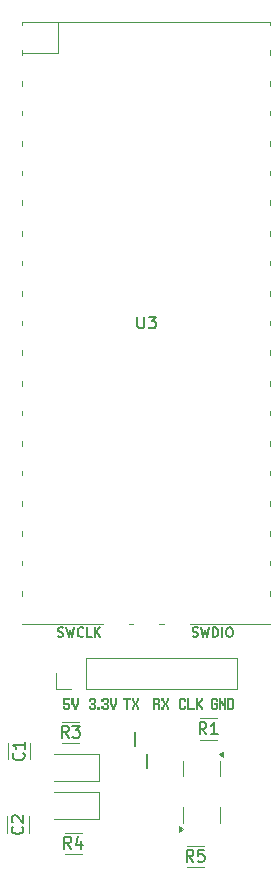
<source format=gbr>
%TF.GenerationSoftware,KiCad,Pcbnew,8.0.6-8.0.6-0~ubuntu22.04.1*%
%TF.CreationDate,2024-11-07T23:47:04-08:00*%
%TF.ProjectId,gbvideo_breakout,67627669-6465-46f5-9f62-7265616b6f75,rev?*%
%TF.SameCoordinates,Original*%
%TF.FileFunction,Legend,Top*%
%TF.FilePolarity,Positive*%
%FSLAX46Y46*%
G04 Gerber Fmt 4.6, Leading zero omitted, Abs format (unit mm)*
G04 Created by KiCad (PCBNEW 8.0.6-8.0.6-0~ubuntu22.04.1) date 2024-11-07 23:47:04*
%MOMM*%
%LPD*%
G01*
G04 APERTURE LIST*
%ADD10C,0.150000*%
%ADD11C,0.120000*%
%ADD12C,0.200000*%
G04 APERTURE END LIST*
D10*
G36*
X146569653Y-103357669D02*
G01*
X146657580Y-103357669D01*
X146657580Y-103448283D01*
X146657580Y-103539141D01*
X146657580Y-103629755D01*
X146657580Y-103720369D01*
X146569653Y-103720369D01*
X146569653Y-103807564D01*
X146657580Y-103807564D01*
X146657580Y-103894515D01*
X146657580Y-103981709D01*
X146657580Y-104068660D01*
X146657580Y-104155854D01*
X146657580Y-104242805D01*
X146657580Y-104330000D01*
X146569653Y-104330000D01*
X146481726Y-104330000D01*
X146481726Y-104242561D01*
X146481726Y-104154877D01*
X146481726Y-104067438D01*
X146481726Y-103979755D01*
X146481726Y-103892316D01*
X146393798Y-103892316D01*
X146305871Y-103892316D01*
X146217943Y-103892316D01*
X146217943Y-103979755D01*
X146217943Y-104067438D01*
X146217943Y-104154877D01*
X146217943Y-104242561D01*
X146217943Y-104330000D01*
X146130016Y-104330000D01*
X146042089Y-104330000D01*
X146042089Y-104241339D01*
X146042089Y-104152923D01*
X146042089Y-104064263D01*
X146042089Y-103975603D01*
X146042089Y-103887187D01*
X146042089Y-103798527D01*
X146042089Y-103709867D01*
X146042089Y-103621451D01*
X146042089Y-103532791D01*
X146217943Y-103532791D01*
X146217943Y-103626580D01*
X146217943Y-103720369D01*
X146305871Y-103720369D01*
X146393798Y-103720369D01*
X146481726Y-103720369D01*
X146481726Y-103626580D01*
X146481726Y-103532791D01*
X146481726Y-103439002D01*
X146393798Y-103439002D01*
X146305871Y-103439002D01*
X146217943Y-103439002D01*
X146217943Y-103532791D01*
X146042089Y-103532791D01*
X146042089Y-103444131D01*
X146042089Y-103355715D01*
X146042089Y-103267055D01*
X146130016Y-103267055D01*
X146217943Y-103267055D01*
X146305871Y-103267055D01*
X146393798Y-103267055D01*
X146481726Y-103267055D01*
X146569653Y-103267055D01*
X146569653Y-103357669D01*
G37*
G36*
X147269165Y-104330000D02*
G01*
X147181237Y-104330000D01*
X147181237Y-104241339D01*
X147181237Y-104152923D01*
X147181237Y-104064263D01*
X147093310Y-104064263D01*
X147093310Y-103978290D01*
X147093310Y-103892316D01*
X147005382Y-103892316D01*
X147005382Y-103978290D01*
X147005382Y-104064263D01*
X146917455Y-104064263D01*
X146917455Y-104152923D01*
X146917455Y-104241339D01*
X146917455Y-104330000D01*
X146829527Y-104330000D01*
X146741600Y-104330000D01*
X146741600Y-104241339D01*
X146741600Y-104152923D01*
X146741600Y-104064263D01*
X146829527Y-104064263D01*
X146829527Y-103978290D01*
X146829527Y-103892316D01*
X146917455Y-103892316D01*
X146917455Y-103806343D01*
X146917455Y-103720369D01*
X146829527Y-103720369D01*
X146829527Y-103626580D01*
X146829527Y-103532791D01*
X146741600Y-103532791D01*
X146741600Y-103444131D01*
X146741600Y-103355715D01*
X146741600Y-103267055D01*
X146829527Y-103267055D01*
X146917455Y-103267055D01*
X146917455Y-103355715D01*
X146917455Y-103444131D01*
X146917455Y-103532791D01*
X147005382Y-103532791D01*
X147005382Y-103626580D01*
X147005382Y-103720369D01*
X147093310Y-103720369D01*
X147093310Y-103626580D01*
X147093310Y-103532791D01*
X147181237Y-103532791D01*
X147181237Y-103444131D01*
X147181237Y-103355715D01*
X147181237Y-103267055D01*
X147269165Y-103267055D01*
X147357092Y-103267055D01*
X147357092Y-103355715D01*
X147357092Y-103444131D01*
X147357092Y-103532791D01*
X147269165Y-103532791D01*
X147269165Y-103626580D01*
X147269165Y-103720369D01*
X147181237Y-103720369D01*
X147181237Y-103806343D01*
X147181237Y-103892316D01*
X147269165Y-103892316D01*
X147269165Y-103978290D01*
X147269165Y-104064263D01*
X147357092Y-104064263D01*
X147357092Y-104152923D01*
X147357092Y-104241339D01*
X147357092Y-104330000D01*
X147269165Y-104330000D01*
G37*
G36*
X141053176Y-104330000D02*
G01*
X140965248Y-104330000D01*
X140877321Y-104330000D01*
X140789393Y-104330000D01*
X140701466Y-104330000D01*
X140701466Y-104251842D01*
X140613539Y-104251842D01*
X140613539Y-104163182D01*
X140613539Y-104074766D01*
X140613539Y-103986106D01*
X140701466Y-103986106D01*
X140789393Y-103986106D01*
X140789393Y-104072079D01*
X140789393Y-104158053D01*
X140877321Y-104158053D01*
X140965248Y-104158053D01*
X141053176Y-104158053D01*
X141053176Y-104069392D01*
X141053176Y-103980976D01*
X141053176Y-103892316D01*
X140965248Y-103892316D01*
X140877321Y-103892316D01*
X140789393Y-103892316D01*
X140789393Y-103806343D01*
X140789393Y-103720369D01*
X140877321Y-103720369D01*
X140965248Y-103720369D01*
X141053176Y-103720369D01*
X141053176Y-103626580D01*
X141053176Y-103532791D01*
X141053176Y-103439002D01*
X140965248Y-103439002D01*
X140877321Y-103439002D01*
X140789393Y-103439002D01*
X140789393Y-103532791D01*
X140789393Y-103626580D01*
X140701466Y-103626580D01*
X140613539Y-103626580D01*
X140613539Y-103537920D01*
X140613539Y-103449504D01*
X140613539Y-103360844D01*
X140701466Y-103360844D01*
X140701466Y-103267055D01*
X140789393Y-103267055D01*
X140877321Y-103267055D01*
X140965248Y-103267055D01*
X141053176Y-103267055D01*
X141141103Y-103267055D01*
X141141103Y-103360844D01*
X141229030Y-103360844D01*
X141229030Y-103450725D01*
X141229030Y-103540607D01*
X141229030Y-103630488D01*
X141229030Y-103720369D01*
X141141103Y-103720369D01*
X141141103Y-103806343D01*
X141141103Y-103892316D01*
X141229030Y-103892316D01*
X141229030Y-103982198D01*
X141229030Y-104072079D01*
X141229030Y-104161960D01*
X141229030Y-104251842D01*
X141141103Y-104251842D01*
X141141103Y-104330000D01*
X141053176Y-104330000D01*
G37*
G36*
X141488905Y-104330000D02*
G01*
X141400977Y-104330000D01*
X141313050Y-104330000D01*
X141313050Y-104241339D01*
X141313050Y-104152923D01*
X141313050Y-104064263D01*
X141400977Y-104064263D01*
X141488905Y-104064263D01*
X141576832Y-104064263D01*
X141576832Y-104152923D01*
X141576832Y-104241339D01*
X141576832Y-104330000D01*
X141488905Y-104330000D01*
G37*
G36*
X142102443Y-104330000D02*
G01*
X142014515Y-104330000D01*
X141926588Y-104330000D01*
X141838661Y-104330000D01*
X141750733Y-104330000D01*
X141750733Y-104251842D01*
X141662806Y-104251842D01*
X141662806Y-104163182D01*
X141662806Y-104074766D01*
X141662806Y-103986106D01*
X141750733Y-103986106D01*
X141838661Y-103986106D01*
X141838661Y-104072079D01*
X141838661Y-104158053D01*
X141926588Y-104158053D01*
X142014515Y-104158053D01*
X142102443Y-104158053D01*
X142102443Y-104069392D01*
X142102443Y-103980976D01*
X142102443Y-103892316D01*
X142014515Y-103892316D01*
X141926588Y-103892316D01*
X141838661Y-103892316D01*
X141838661Y-103806343D01*
X141838661Y-103720369D01*
X141926588Y-103720369D01*
X142014515Y-103720369D01*
X142102443Y-103720369D01*
X142102443Y-103626580D01*
X142102443Y-103532791D01*
X142102443Y-103439002D01*
X142014515Y-103439002D01*
X141926588Y-103439002D01*
X141838661Y-103439002D01*
X141838661Y-103532791D01*
X141838661Y-103626580D01*
X141750733Y-103626580D01*
X141662806Y-103626580D01*
X141662806Y-103537920D01*
X141662806Y-103449504D01*
X141662806Y-103360844D01*
X141750733Y-103360844D01*
X141750733Y-103267055D01*
X141838661Y-103267055D01*
X141926588Y-103267055D01*
X142014515Y-103267055D01*
X142102443Y-103267055D01*
X142190370Y-103267055D01*
X142190370Y-103360844D01*
X142278298Y-103360844D01*
X142278298Y-103450725D01*
X142278298Y-103540607D01*
X142278298Y-103630488D01*
X142278298Y-103720369D01*
X142190370Y-103720369D01*
X142190370Y-103806343D01*
X142190370Y-103892316D01*
X142278298Y-103892316D01*
X142278298Y-103982198D01*
X142278298Y-104072079D01*
X142278298Y-104161960D01*
X142278298Y-104251842D01*
X142190370Y-104251842D01*
X142190370Y-104330000D01*
X142102443Y-104330000D01*
G37*
G36*
X142714027Y-104330000D02*
G01*
X142626100Y-104330000D01*
X142538172Y-104330000D01*
X142538172Y-104241339D01*
X142538172Y-104152923D01*
X142538172Y-104064263D01*
X142450245Y-104064263D01*
X142450245Y-103975603D01*
X142450245Y-103887187D01*
X142362317Y-103887187D01*
X142362317Y-103798527D01*
X142362317Y-103709867D01*
X142362317Y-103621451D01*
X142362317Y-103532791D01*
X142362317Y-103444131D01*
X142362317Y-103355715D01*
X142362317Y-103267055D01*
X142450245Y-103267055D01*
X142538172Y-103267055D01*
X142538172Y-103354982D01*
X142538172Y-103442909D01*
X142538172Y-103530837D01*
X142538172Y-103618764D01*
X142538172Y-103706692D01*
X142538172Y-103794619D01*
X142626100Y-103794619D01*
X142626100Y-103882547D01*
X142626100Y-103970474D01*
X142714027Y-103970474D01*
X142714027Y-103882547D01*
X142714027Y-103794619D01*
X142801954Y-103794619D01*
X142801954Y-103706692D01*
X142801954Y-103618764D01*
X142801954Y-103530837D01*
X142801954Y-103442909D01*
X142801954Y-103354982D01*
X142801954Y-103267055D01*
X142889882Y-103267055D01*
X142977809Y-103267055D01*
X142977809Y-103355715D01*
X142977809Y-103444131D01*
X142977809Y-103532791D01*
X142977809Y-103621451D01*
X142977809Y-103709867D01*
X142977809Y-103798527D01*
X142977809Y-103887187D01*
X142889882Y-103887187D01*
X142889882Y-103975603D01*
X142889882Y-104064263D01*
X142801954Y-104064263D01*
X142801954Y-104152923D01*
X142801954Y-104241339D01*
X142801954Y-104330000D01*
X142714027Y-104330000D01*
G37*
G36*
X143809834Y-104330000D02*
G01*
X143721907Y-104330000D01*
X143721907Y-104240851D01*
X143721907Y-104151702D01*
X143721907Y-104062798D01*
X143721907Y-103973649D01*
X143721907Y-103884501D01*
X143721907Y-103795352D01*
X143721907Y-103706203D01*
X143721907Y-103617299D01*
X143721907Y-103528150D01*
X143721907Y-103439002D01*
X143633979Y-103439002D01*
X143546052Y-103439002D01*
X143458125Y-103439002D01*
X143458125Y-103353028D01*
X143458125Y-103267055D01*
X143546052Y-103267055D01*
X143633979Y-103267055D01*
X143721907Y-103267055D01*
X143809834Y-103267055D01*
X143897762Y-103267055D01*
X143985689Y-103267055D01*
X144073616Y-103267055D01*
X144161544Y-103267055D01*
X144161544Y-103353028D01*
X144161544Y-103439002D01*
X144073616Y-103439002D01*
X143985689Y-103439002D01*
X143897762Y-103439002D01*
X143897762Y-103528150D01*
X143897762Y-103617299D01*
X143897762Y-103706203D01*
X143897762Y-103795352D01*
X143897762Y-103884501D01*
X143897762Y-103973649D01*
X143897762Y-104062798D01*
X143897762Y-104151702D01*
X143897762Y-104240851D01*
X143897762Y-104330000D01*
X143809834Y-104330000D01*
G37*
G36*
X144773128Y-104330000D02*
G01*
X144685201Y-104330000D01*
X144685201Y-104241339D01*
X144685201Y-104152923D01*
X144685201Y-104064263D01*
X144597273Y-104064263D01*
X144597273Y-103978290D01*
X144597273Y-103892316D01*
X144509346Y-103892316D01*
X144509346Y-103978290D01*
X144509346Y-104064263D01*
X144421418Y-104064263D01*
X144421418Y-104152923D01*
X144421418Y-104241339D01*
X144421418Y-104330000D01*
X144333491Y-104330000D01*
X144245563Y-104330000D01*
X144245563Y-104241339D01*
X144245563Y-104152923D01*
X144245563Y-104064263D01*
X144333491Y-104064263D01*
X144333491Y-103978290D01*
X144333491Y-103892316D01*
X144421418Y-103892316D01*
X144421418Y-103806343D01*
X144421418Y-103720369D01*
X144333491Y-103720369D01*
X144333491Y-103626580D01*
X144333491Y-103532791D01*
X144245563Y-103532791D01*
X144245563Y-103444131D01*
X144245563Y-103355715D01*
X144245563Y-103267055D01*
X144333491Y-103267055D01*
X144421418Y-103267055D01*
X144421418Y-103355715D01*
X144421418Y-103444131D01*
X144421418Y-103532791D01*
X144509346Y-103532791D01*
X144509346Y-103626580D01*
X144509346Y-103720369D01*
X144597273Y-103720369D01*
X144597273Y-103626580D01*
X144597273Y-103532791D01*
X144685201Y-103532791D01*
X144685201Y-103444131D01*
X144685201Y-103355715D01*
X144685201Y-103267055D01*
X144773128Y-103267055D01*
X144861055Y-103267055D01*
X144861055Y-103355715D01*
X144861055Y-103444131D01*
X144861055Y-103532791D01*
X144773128Y-103532791D01*
X144773128Y-103626580D01*
X144773128Y-103720369D01*
X144685201Y-103720369D01*
X144685201Y-103806343D01*
X144685201Y-103892316D01*
X144773128Y-103892316D01*
X144773128Y-103978290D01*
X144773128Y-104064263D01*
X144861055Y-104064263D01*
X144861055Y-104152923D01*
X144861055Y-104241339D01*
X144861055Y-104330000D01*
X144773128Y-104330000D01*
G37*
G36*
X138861726Y-104330000D02*
G01*
X138773798Y-104330000D01*
X138685871Y-104330000D01*
X138597943Y-104330000D01*
X138510016Y-104330000D01*
X138510016Y-104236210D01*
X138422089Y-104236210D01*
X138422089Y-104147550D01*
X138422089Y-104059134D01*
X138422089Y-103970474D01*
X138510016Y-103970474D01*
X138597943Y-103970474D01*
X138597943Y-104064263D01*
X138597943Y-104158053D01*
X138685871Y-104158053D01*
X138773798Y-104158053D01*
X138861726Y-104158053D01*
X138861726Y-104069392D01*
X138861726Y-103980976D01*
X138861726Y-103892316D01*
X138773798Y-103892316D01*
X138685871Y-103892316D01*
X138597943Y-103892316D01*
X138510016Y-103892316D01*
X138422089Y-103892316D01*
X138422089Y-103802923D01*
X138422089Y-103713775D01*
X138422089Y-103624382D01*
X138422089Y-103534989D01*
X138422089Y-103445596D01*
X138422089Y-103356448D01*
X138422089Y-103267055D01*
X138510016Y-103267055D01*
X138597943Y-103267055D01*
X138685871Y-103267055D01*
X138773798Y-103267055D01*
X138861726Y-103267055D01*
X138949653Y-103267055D01*
X139037580Y-103267055D01*
X139037580Y-103353028D01*
X139037580Y-103439002D01*
X138949653Y-103439002D01*
X138861726Y-103439002D01*
X138773798Y-103439002D01*
X138685871Y-103439002D01*
X138597943Y-103439002D01*
X138597943Y-103532791D01*
X138597943Y-103626580D01*
X138597943Y-103720369D01*
X138685871Y-103720369D01*
X138773798Y-103720369D01*
X138861726Y-103720369D01*
X138949653Y-103720369D01*
X138949653Y-103806343D01*
X139037580Y-103806343D01*
X139037580Y-103892316D01*
X139037580Y-103978290D01*
X139037580Y-104064263D01*
X139037580Y-104150237D01*
X139037580Y-104236210D01*
X138949653Y-104236210D01*
X138949653Y-104330000D01*
X138861726Y-104330000D01*
G37*
G36*
X139473310Y-104330000D02*
G01*
X139385382Y-104330000D01*
X139297455Y-104330000D01*
X139297455Y-104241339D01*
X139297455Y-104152923D01*
X139297455Y-104064263D01*
X139209527Y-104064263D01*
X139209527Y-103975603D01*
X139209527Y-103887187D01*
X139121600Y-103887187D01*
X139121600Y-103798527D01*
X139121600Y-103709867D01*
X139121600Y-103621451D01*
X139121600Y-103532791D01*
X139121600Y-103444131D01*
X139121600Y-103355715D01*
X139121600Y-103267055D01*
X139209527Y-103267055D01*
X139297455Y-103267055D01*
X139297455Y-103354982D01*
X139297455Y-103442909D01*
X139297455Y-103530837D01*
X139297455Y-103618764D01*
X139297455Y-103706692D01*
X139297455Y-103794619D01*
X139385382Y-103794619D01*
X139385382Y-103882547D01*
X139385382Y-103970474D01*
X139473310Y-103970474D01*
X139473310Y-103882547D01*
X139473310Y-103794619D01*
X139561237Y-103794619D01*
X139561237Y-103706692D01*
X139561237Y-103618764D01*
X139561237Y-103530837D01*
X139561237Y-103442909D01*
X139561237Y-103354982D01*
X139561237Y-103267055D01*
X139649165Y-103267055D01*
X139737092Y-103267055D01*
X139737092Y-103355715D01*
X139737092Y-103444131D01*
X139737092Y-103532791D01*
X139737092Y-103621451D01*
X139737092Y-103709867D01*
X139737092Y-103798527D01*
X139737092Y-103887187D01*
X139649165Y-103887187D01*
X139649165Y-103975603D01*
X139649165Y-104064263D01*
X139561237Y-104064263D01*
X139561237Y-104152923D01*
X139561237Y-104241339D01*
X139561237Y-104330000D01*
X139473310Y-104330000D01*
G37*
G36*
X148671970Y-104330000D02*
G01*
X148584042Y-104330000D01*
X148496115Y-104330000D01*
X148408187Y-104330000D01*
X148320260Y-104330000D01*
X148320260Y-104236210D01*
X148232333Y-104236210D01*
X148232333Y-104147550D01*
X148232333Y-104059134D01*
X148232333Y-103970474D01*
X148232333Y-103884501D01*
X148232333Y-103798527D01*
X148232333Y-103712554D01*
X148232333Y-103626580D01*
X148232333Y-103537920D01*
X148232333Y-103449504D01*
X148232333Y-103360844D01*
X148320260Y-103360844D01*
X148320260Y-103267055D01*
X148408187Y-103267055D01*
X148496115Y-103267055D01*
X148584042Y-103267055D01*
X148671970Y-103267055D01*
X148759897Y-103267055D01*
X148759897Y-103360844D01*
X148847824Y-103360844D01*
X148847824Y-103449504D01*
X148847824Y-103537920D01*
X148847824Y-103626580D01*
X148759897Y-103626580D01*
X148671970Y-103626580D01*
X148671970Y-103532791D01*
X148671970Y-103439002D01*
X148584042Y-103439002D01*
X148496115Y-103439002D01*
X148408187Y-103439002D01*
X148408187Y-103528883D01*
X148408187Y-103618764D01*
X148408187Y-103708646D01*
X148408187Y-103798527D01*
X148408187Y-103888408D01*
X148408187Y-103978290D01*
X148408187Y-104068171D01*
X148408187Y-104158053D01*
X148496115Y-104158053D01*
X148584042Y-104158053D01*
X148671970Y-104158053D01*
X148671970Y-104064263D01*
X148671970Y-103970474D01*
X148759897Y-103970474D01*
X148847824Y-103970474D01*
X148847824Y-104059134D01*
X148847824Y-104147550D01*
X148847824Y-104236210D01*
X148759897Y-104236210D01*
X148759897Y-104330000D01*
X148671970Y-104330000D01*
G37*
G36*
X149459409Y-104330000D02*
G01*
X149371481Y-104330000D01*
X149283554Y-104330000D01*
X149195626Y-104330000D01*
X149107699Y-104330000D01*
X149019771Y-104330000D01*
X148931844Y-104330000D01*
X148931844Y-104241339D01*
X148931844Y-104152923D01*
X148931844Y-104064263D01*
X148931844Y-103975603D01*
X148931844Y-103887187D01*
X148931844Y-103798527D01*
X148931844Y-103709867D01*
X148931844Y-103621451D01*
X148931844Y-103532791D01*
X148931844Y-103444131D01*
X148931844Y-103355715D01*
X148931844Y-103267055D01*
X149019771Y-103267055D01*
X149107699Y-103267055D01*
X149107699Y-103356203D01*
X149107699Y-103445352D01*
X149107699Y-103534256D01*
X149107699Y-103623405D01*
X149107699Y-103712554D01*
X149107699Y-103801702D01*
X149107699Y-103890851D01*
X149107699Y-103979755D01*
X149107699Y-104068904D01*
X149107699Y-104158053D01*
X149195626Y-104158053D01*
X149283554Y-104158053D01*
X149371481Y-104158053D01*
X149459409Y-104158053D01*
X149547336Y-104158053D01*
X149547336Y-104244026D01*
X149547336Y-104330000D01*
X149459409Y-104330000D01*
G37*
G36*
X150158920Y-104330000D02*
G01*
X150070993Y-104330000D01*
X150070993Y-104241339D01*
X150070993Y-104152923D01*
X149983065Y-104152923D01*
X149983065Y-104064263D01*
X149895138Y-104064263D01*
X149895138Y-103970474D01*
X149807210Y-103970474D01*
X149807210Y-104060355D01*
X149807210Y-104150237D01*
X149807210Y-104240118D01*
X149807210Y-104330000D01*
X149719283Y-104330000D01*
X149631356Y-104330000D01*
X149631356Y-104242561D01*
X149631356Y-104154877D01*
X149631356Y-104067438D01*
X149631356Y-103979755D01*
X149631356Y-103892316D01*
X149631356Y-103804877D01*
X149631356Y-103717194D01*
X149631356Y-103629755D01*
X149631356Y-103542072D01*
X149631356Y-103454633D01*
X149631356Y-103360844D01*
X149631356Y-103267055D01*
X149719283Y-103267055D01*
X149807210Y-103267055D01*
X149807210Y-103360844D01*
X149807210Y-103454633D01*
X149807210Y-103540607D01*
X149807210Y-103626580D01*
X149895138Y-103626580D01*
X149895138Y-103532791D01*
X149983065Y-103532791D01*
X149983065Y-103454633D01*
X150070993Y-103454633D01*
X150070993Y-103360844D01*
X150070993Y-103267055D01*
X150158920Y-103267055D01*
X150246848Y-103267055D01*
X150246848Y-103360844D01*
X150246848Y-103454633D01*
X150246848Y-103532791D01*
X150158920Y-103532791D01*
X150158920Y-103626580D01*
X150070993Y-103626580D01*
X150070993Y-103712554D01*
X149983065Y-103712554D01*
X149983065Y-103798527D01*
X149983065Y-103884501D01*
X150070993Y-103884501D01*
X150070993Y-103970474D01*
X150158920Y-103970474D01*
X150158920Y-104064263D01*
X150246848Y-104064263D01*
X150246848Y-104152923D01*
X150246848Y-104241339D01*
X150246848Y-104330000D01*
X150158920Y-104330000D01*
G37*
G36*
X151346837Y-104330000D02*
G01*
X151258909Y-104330000D01*
X151170982Y-104330000D01*
X151083054Y-104330000D01*
X150995127Y-104330000D01*
X150995127Y-104242561D01*
X150907200Y-104242561D01*
X150907200Y-104154877D01*
X150907200Y-104067438D01*
X150907200Y-103979755D01*
X150907200Y-103892316D01*
X150907200Y-103806343D01*
X150907200Y-103720369D01*
X150907200Y-103626580D01*
X150907200Y-103537920D01*
X150907200Y-103449504D01*
X150907200Y-103360844D01*
X150995127Y-103360844D01*
X150995127Y-103267055D01*
X151083054Y-103267055D01*
X151170982Y-103267055D01*
X151258909Y-103267055D01*
X151346837Y-103267055D01*
X151434764Y-103267055D01*
X151434764Y-103360844D01*
X151522691Y-103360844D01*
X151522691Y-103449504D01*
X151522691Y-103537920D01*
X151522691Y-103626580D01*
X151434764Y-103626580D01*
X151346837Y-103626580D01*
X151346837Y-103532791D01*
X151346837Y-103439002D01*
X151258909Y-103439002D01*
X151170982Y-103439002D01*
X151083054Y-103439002D01*
X151083054Y-103528883D01*
X151083054Y-103618764D01*
X151083054Y-103708646D01*
X151083054Y-103798527D01*
X151083054Y-103888408D01*
X151083054Y-103978290D01*
X151083054Y-104068171D01*
X151083054Y-104158053D01*
X151170982Y-104158053D01*
X151258909Y-104158053D01*
X151346837Y-104158053D01*
X151346837Y-104069392D01*
X151346837Y-103980976D01*
X151346837Y-103892316D01*
X151258909Y-103892316D01*
X151170982Y-103892316D01*
X151170982Y-103806343D01*
X151170982Y-103720369D01*
X151258909Y-103720369D01*
X151346837Y-103720369D01*
X151434764Y-103720369D01*
X151522691Y-103720369D01*
X151522691Y-103807564D01*
X151522691Y-103894515D01*
X151522691Y-103981709D01*
X151522691Y-104068660D01*
X151522691Y-104155854D01*
X151522691Y-104242805D01*
X151434764Y-104242805D01*
X151434764Y-104330000D01*
X151346837Y-104330000D01*
G37*
G36*
X152134276Y-104330000D02*
G01*
X152046348Y-104330000D01*
X152046348Y-104244026D01*
X152046348Y-104158053D01*
X152046348Y-104072079D01*
X152046348Y-103986106D01*
X151958421Y-103986106D01*
X151870493Y-103986106D01*
X151870493Y-103892316D01*
X151870493Y-103798527D01*
X151782566Y-103798527D01*
X151782566Y-103887187D01*
X151782566Y-103975603D01*
X151782566Y-104064263D01*
X151782566Y-104152923D01*
X151782566Y-104241339D01*
X151782566Y-104330000D01*
X151694638Y-104330000D01*
X151606711Y-104330000D01*
X151606711Y-104241339D01*
X151606711Y-104152923D01*
X151606711Y-104064263D01*
X151606711Y-103975603D01*
X151606711Y-103887187D01*
X151606711Y-103798527D01*
X151606711Y-103709867D01*
X151606711Y-103621451D01*
X151606711Y-103532791D01*
X151606711Y-103444131D01*
X151606711Y-103355715D01*
X151606711Y-103267055D01*
X151694638Y-103267055D01*
X151782566Y-103267055D01*
X151782566Y-103355715D01*
X151782566Y-103444131D01*
X151782566Y-103532791D01*
X151870493Y-103532791D01*
X151958421Y-103532791D01*
X151958421Y-103626580D01*
X151958421Y-103720369D01*
X152046348Y-103720369D01*
X152046348Y-103629755D01*
X152046348Y-103539141D01*
X152046348Y-103448283D01*
X152046348Y-103357669D01*
X152046348Y-103267055D01*
X152134276Y-103267055D01*
X152222203Y-103267055D01*
X152222203Y-103355715D01*
X152222203Y-103444131D01*
X152222203Y-103532791D01*
X152222203Y-103621451D01*
X152222203Y-103709867D01*
X152222203Y-103798527D01*
X152222203Y-103887187D01*
X152222203Y-103975603D01*
X152222203Y-104064263D01*
X152222203Y-104152923D01*
X152222203Y-104241339D01*
X152222203Y-104330000D01*
X152134276Y-104330000D01*
G37*
G36*
X152833787Y-103355715D02*
G01*
X152921715Y-103355715D01*
X152921715Y-103444131D01*
X152921715Y-103532791D01*
X152921715Y-103621451D01*
X152921715Y-103709867D01*
X152921715Y-103798527D01*
X152921715Y-103887187D01*
X152921715Y-103975603D01*
X152921715Y-104064263D01*
X152921715Y-104152923D01*
X152921715Y-104241339D01*
X152833787Y-104241339D01*
X152833787Y-104330000D01*
X152745860Y-104330000D01*
X152657932Y-104330000D01*
X152570005Y-104330000D01*
X152482077Y-104330000D01*
X152394150Y-104330000D01*
X152306223Y-104330000D01*
X152306223Y-104241339D01*
X152306223Y-104152923D01*
X152306223Y-104064263D01*
X152306223Y-103975603D01*
X152306223Y-103887187D01*
X152306223Y-103798527D01*
X152306223Y-103709867D01*
X152306223Y-103621451D01*
X152306223Y-103532791D01*
X152306223Y-103528883D01*
X152482077Y-103528883D01*
X152482077Y-103618764D01*
X152482077Y-103708646D01*
X152482077Y-103798527D01*
X152482077Y-103888408D01*
X152482077Y-103978290D01*
X152482077Y-104068171D01*
X152482077Y-104158053D01*
X152570005Y-104158053D01*
X152657932Y-104158053D01*
X152745860Y-104158053D01*
X152745860Y-104068171D01*
X152745860Y-103978290D01*
X152745860Y-103888408D01*
X152745860Y-103798527D01*
X152745860Y-103708646D01*
X152745860Y-103618764D01*
X152745860Y-103528883D01*
X152745860Y-103439002D01*
X152657932Y-103439002D01*
X152570005Y-103439002D01*
X152482077Y-103439002D01*
X152482077Y-103528883D01*
X152306223Y-103528883D01*
X152306223Y-103444131D01*
X152306223Y-103355715D01*
X152306223Y-103267055D01*
X152394150Y-103267055D01*
X152482077Y-103267055D01*
X152570005Y-103267055D01*
X152657932Y-103267055D01*
X152745860Y-103267055D01*
X152833787Y-103267055D01*
X152833787Y-103355715D01*
G37*
X144703576Y-71006619D02*
X144703576Y-71816142D01*
X144703576Y-71816142D02*
X144751195Y-71911380D01*
X144751195Y-71911380D02*
X144798814Y-71959000D01*
X144798814Y-71959000D02*
X144894052Y-72006619D01*
X144894052Y-72006619D02*
X145084528Y-72006619D01*
X145084528Y-72006619D02*
X145179766Y-71959000D01*
X145179766Y-71959000D02*
X145227385Y-71911380D01*
X145227385Y-71911380D02*
X145275004Y-71816142D01*
X145275004Y-71816142D02*
X145275004Y-71006619D01*
X145655957Y-71006619D02*
X146275004Y-71006619D01*
X146275004Y-71006619D02*
X145941671Y-71387571D01*
X145941671Y-71387571D02*
X146084528Y-71387571D01*
X146084528Y-71387571D02*
X146179766Y-71435190D01*
X146179766Y-71435190D02*
X146227385Y-71482809D01*
X146227385Y-71482809D02*
X146275004Y-71578047D01*
X146275004Y-71578047D02*
X146275004Y-71816142D01*
X146275004Y-71816142D02*
X146227385Y-71911380D01*
X146227385Y-71911380D02*
X146179766Y-71959000D01*
X146179766Y-71959000D02*
X146084528Y-72006619D01*
X146084528Y-72006619D02*
X145798814Y-72006619D01*
X145798814Y-72006619D02*
X145703576Y-71959000D01*
X145703576Y-71959000D02*
X145655957Y-71911380D01*
X149370242Y-98076000D02*
X149484528Y-98114095D01*
X149484528Y-98114095D02*
X149675004Y-98114095D01*
X149675004Y-98114095D02*
X149751195Y-98076000D01*
X149751195Y-98076000D02*
X149789290Y-98037904D01*
X149789290Y-98037904D02*
X149827385Y-97961714D01*
X149827385Y-97961714D02*
X149827385Y-97885523D01*
X149827385Y-97885523D02*
X149789290Y-97809333D01*
X149789290Y-97809333D02*
X149751195Y-97771238D01*
X149751195Y-97771238D02*
X149675004Y-97733142D01*
X149675004Y-97733142D02*
X149522623Y-97695047D01*
X149522623Y-97695047D02*
X149446433Y-97656952D01*
X149446433Y-97656952D02*
X149408338Y-97618857D01*
X149408338Y-97618857D02*
X149370242Y-97542666D01*
X149370242Y-97542666D02*
X149370242Y-97466476D01*
X149370242Y-97466476D02*
X149408338Y-97390285D01*
X149408338Y-97390285D02*
X149446433Y-97352190D01*
X149446433Y-97352190D02*
X149522623Y-97314095D01*
X149522623Y-97314095D02*
X149713100Y-97314095D01*
X149713100Y-97314095D02*
X149827385Y-97352190D01*
X150094052Y-97314095D02*
X150284528Y-98114095D01*
X150284528Y-98114095D02*
X150436909Y-97542666D01*
X150436909Y-97542666D02*
X150589290Y-98114095D01*
X150589290Y-98114095D02*
X150779767Y-97314095D01*
X151084529Y-98114095D02*
X151084529Y-97314095D01*
X151084529Y-97314095D02*
X151275005Y-97314095D01*
X151275005Y-97314095D02*
X151389291Y-97352190D01*
X151389291Y-97352190D02*
X151465481Y-97428380D01*
X151465481Y-97428380D02*
X151503576Y-97504571D01*
X151503576Y-97504571D02*
X151541672Y-97656952D01*
X151541672Y-97656952D02*
X151541672Y-97771238D01*
X151541672Y-97771238D02*
X151503576Y-97923619D01*
X151503576Y-97923619D02*
X151465481Y-97999809D01*
X151465481Y-97999809D02*
X151389291Y-98076000D01*
X151389291Y-98076000D02*
X151275005Y-98114095D01*
X151275005Y-98114095D02*
X151084529Y-98114095D01*
X151884529Y-98114095D02*
X151884529Y-97314095D01*
X152417862Y-97314095D02*
X152570243Y-97314095D01*
X152570243Y-97314095D02*
X152646433Y-97352190D01*
X152646433Y-97352190D02*
X152722624Y-97428380D01*
X152722624Y-97428380D02*
X152760719Y-97580761D01*
X152760719Y-97580761D02*
X152760719Y-97847428D01*
X152760719Y-97847428D02*
X152722624Y-97999809D01*
X152722624Y-97999809D02*
X152646433Y-98076000D01*
X152646433Y-98076000D02*
X152570243Y-98114095D01*
X152570243Y-98114095D02*
X152417862Y-98114095D01*
X152417862Y-98114095D02*
X152341671Y-98076000D01*
X152341671Y-98076000D02*
X152265481Y-97999809D01*
X152265481Y-97999809D02*
X152227385Y-97847428D01*
X152227385Y-97847428D02*
X152227385Y-97580761D01*
X152227385Y-97580761D02*
X152265481Y-97428380D01*
X152265481Y-97428380D02*
X152341671Y-97352190D01*
X152341671Y-97352190D02*
X152417862Y-97314095D01*
X137955956Y-98076000D02*
X138070242Y-98114095D01*
X138070242Y-98114095D02*
X138260718Y-98114095D01*
X138260718Y-98114095D02*
X138336909Y-98076000D01*
X138336909Y-98076000D02*
X138375004Y-98037904D01*
X138375004Y-98037904D02*
X138413099Y-97961714D01*
X138413099Y-97961714D02*
X138413099Y-97885523D01*
X138413099Y-97885523D02*
X138375004Y-97809333D01*
X138375004Y-97809333D02*
X138336909Y-97771238D01*
X138336909Y-97771238D02*
X138260718Y-97733142D01*
X138260718Y-97733142D02*
X138108337Y-97695047D01*
X138108337Y-97695047D02*
X138032147Y-97656952D01*
X138032147Y-97656952D02*
X137994052Y-97618857D01*
X137994052Y-97618857D02*
X137955956Y-97542666D01*
X137955956Y-97542666D02*
X137955956Y-97466476D01*
X137955956Y-97466476D02*
X137994052Y-97390285D01*
X137994052Y-97390285D02*
X138032147Y-97352190D01*
X138032147Y-97352190D02*
X138108337Y-97314095D01*
X138108337Y-97314095D02*
X138298814Y-97314095D01*
X138298814Y-97314095D02*
X138413099Y-97352190D01*
X138679766Y-97314095D02*
X138870242Y-98114095D01*
X138870242Y-98114095D02*
X139022623Y-97542666D01*
X139022623Y-97542666D02*
X139175004Y-98114095D01*
X139175004Y-98114095D02*
X139365481Y-97314095D01*
X140127386Y-98037904D02*
X140089290Y-98076000D01*
X140089290Y-98076000D02*
X139975005Y-98114095D01*
X139975005Y-98114095D02*
X139898814Y-98114095D01*
X139898814Y-98114095D02*
X139784528Y-98076000D01*
X139784528Y-98076000D02*
X139708338Y-97999809D01*
X139708338Y-97999809D02*
X139670243Y-97923619D01*
X139670243Y-97923619D02*
X139632147Y-97771238D01*
X139632147Y-97771238D02*
X139632147Y-97656952D01*
X139632147Y-97656952D02*
X139670243Y-97504571D01*
X139670243Y-97504571D02*
X139708338Y-97428380D01*
X139708338Y-97428380D02*
X139784528Y-97352190D01*
X139784528Y-97352190D02*
X139898814Y-97314095D01*
X139898814Y-97314095D02*
X139975005Y-97314095D01*
X139975005Y-97314095D02*
X140089290Y-97352190D01*
X140089290Y-97352190D02*
X140127386Y-97390285D01*
X140851195Y-98114095D02*
X140470243Y-98114095D01*
X140470243Y-98114095D02*
X140470243Y-97314095D01*
X141117862Y-98114095D02*
X141117862Y-97314095D01*
X141575005Y-98114095D02*
X141232147Y-97656952D01*
X141575005Y-97314095D02*
X141117862Y-97771238D01*
X138870833Y-106654819D02*
X138537500Y-106178628D01*
X138299405Y-106654819D02*
X138299405Y-105654819D01*
X138299405Y-105654819D02*
X138680357Y-105654819D01*
X138680357Y-105654819D02*
X138775595Y-105702438D01*
X138775595Y-105702438D02*
X138823214Y-105750057D01*
X138823214Y-105750057D02*
X138870833Y-105845295D01*
X138870833Y-105845295D02*
X138870833Y-105988152D01*
X138870833Y-105988152D02*
X138823214Y-106083390D01*
X138823214Y-106083390D02*
X138775595Y-106131009D01*
X138775595Y-106131009D02*
X138680357Y-106178628D01*
X138680357Y-106178628D02*
X138299405Y-106178628D01*
X139204167Y-105654819D02*
X139823214Y-105654819D01*
X139823214Y-105654819D02*
X139489881Y-106035771D01*
X139489881Y-106035771D02*
X139632738Y-106035771D01*
X139632738Y-106035771D02*
X139727976Y-106083390D01*
X139727976Y-106083390D02*
X139775595Y-106131009D01*
X139775595Y-106131009D02*
X139823214Y-106226247D01*
X139823214Y-106226247D02*
X139823214Y-106464342D01*
X139823214Y-106464342D02*
X139775595Y-106559580D01*
X139775595Y-106559580D02*
X139727976Y-106607200D01*
X139727976Y-106607200D02*
X139632738Y-106654819D01*
X139632738Y-106654819D02*
X139347024Y-106654819D01*
X139347024Y-106654819D02*
X139251786Y-106607200D01*
X139251786Y-106607200D02*
X139204167Y-106559580D01*
X135049580Y-107950666D02*
X135097200Y-107998285D01*
X135097200Y-107998285D02*
X135144819Y-108141142D01*
X135144819Y-108141142D02*
X135144819Y-108236380D01*
X135144819Y-108236380D02*
X135097200Y-108379237D01*
X135097200Y-108379237D02*
X135001961Y-108474475D01*
X135001961Y-108474475D02*
X134906723Y-108522094D01*
X134906723Y-108522094D02*
X134716247Y-108569713D01*
X134716247Y-108569713D02*
X134573390Y-108569713D01*
X134573390Y-108569713D02*
X134382914Y-108522094D01*
X134382914Y-108522094D02*
X134287676Y-108474475D01*
X134287676Y-108474475D02*
X134192438Y-108379237D01*
X134192438Y-108379237D02*
X134144819Y-108236380D01*
X134144819Y-108236380D02*
X134144819Y-108141142D01*
X134144819Y-108141142D02*
X134192438Y-107998285D01*
X134192438Y-107998285D02*
X134240057Y-107950666D01*
X135144819Y-106998285D02*
X135144819Y-107569713D01*
X135144819Y-107283999D02*
X134144819Y-107283999D01*
X134144819Y-107283999D02*
X134287676Y-107379237D01*
X134287676Y-107379237D02*
X134382914Y-107474475D01*
X134382914Y-107474475D02*
X134430533Y-107569713D01*
X134959580Y-114185866D02*
X135007200Y-114233485D01*
X135007200Y-114233485D02*
X135054819Y-114376342D01*
X135054819Y-114376342D02*
X135054819Y-114471580D01*
X135054819Y-114471580D02*
X135007200Y-114614437D01*
X135007200Y-114614437D02*
X134911961Y-114709675D01*
X134911961Y-114709675D02*
X134816723Y-114757294D01*
X134816723Y-114757294D02*
X134626247Y-114804913D01*
X134626247Y-114804913D02*
X134483390Y-114804913D01*
X134483390Y-114804913D02*
X134292914Y-114757294D01*
X134292914Y-114757294D02*
X134197676Y-114709675D01*
X134197676Y-114709675D02*
X134102438Y-114614437D01*
X134102438Y-114614437D02*
X134054819Y-114471580D01*
X134054819Y-114471580D02*
X134054819Y-114376342D01*
X134054819Y-114376342D02*
X134102438Y-114233485D01*
X134102438Y-114233485D02*
X134150057Y-114185866D01*
X134150057Y-113804913D02*
X134102438Y-113757294D01*
X134102438Y-113757294D02*
X134054819Y-113662056D01*
X134054819Y-113662056D02*
X134054819Y-113423961D01*
X134054819Y-113423961D02*
X134102438Y-113328723D01*
X134102438Y-113328723D02*
X134150057Y-113281104D01*
X134150057Y-113281104D02*
X134245295Y-113233485D01*
X134245295Y-113233485D02*
X134340533Y-113233485D01*
X134340533Y-113233485D02*
X134483390Y-113281104D01*
X134483390Y-113281104D02*
X135054819Y-113852532D01*
X135054819Y-113852532D02*
X135054819Y-113233485D01*
X149433333Y-117154819D02*
X149100000Y-116678628D01*
X148861905Y-117154819D02*
X148861905Y-116154819D01*
X148861905Y-116154819D02*
X149242857Y-116154819D01*
X149242857Y-116154819D02*
X149338095Y-116202438D01*
X149338095Y-116202438D02*
X149385714Y-116250057D01*
X149385714Y-116250057D02*
X149433333Y-116345295D01*
X149433333Y-116345295D02*
X149433333Y-116488152D01*
X149433333Y-116488152D02*
X149385714Y-116583390D01*
X149385714Y-116583390D02*
X149338095Y-116631009D01*
X149338095Y-116631009D02*
X149242857Y-116678628D01*
X149242857Y-116678628D02*
X148861905Y-116678628D01*
X150338095Y-116154819D02*
X149861905Y-116154819D01*
X149861905Y-116154819D02*
X149814286Y-116631009D01*
X149814286Y-116631009D02*
X149861905Y-116583390D01*
X149861905Y-116583390D02*
X149957143Y-116535771D01*
X149957143Y-116535771D02*
X150195238Y-116535771D01*
X150195238Y-116535771D02*
X150290476Y-116583390D01*
X150290476Y-116583390D02*
X150338095Y-116631009D01*
X150338095Y-116631009D02*
X150385714Y-116726247D01*
X150385714Y-116726247D02*
X150385714Y-116964342D01*
X150385714Y-116964342D02*
X150338095Y-117059580D01*
X150338095Y-117059580D02*
X150290476Y-117107200D01*
X150290476Y-117107200D02*
X150195238Y-117154819D01*
X150195238Y-117154819D02*
X149957143Y-117154819D01*
X149957143Y-117154819D02*
X149861905Y-117107200D01*
X149861905Y-117107200D02*
X149814286Y-117059580D01*
X150533333Y-106354819D02*
X150200000Y-105878628D01*
X149961905Y-106354819D02*
X149961905Y-105354819D01*
X149961905Y-105354819D02*
X150342857Y-105354819D01*
X150342857Y-105354819D02*
X150438095Y-105402438D01*
X150438095Y-105402438D02*
X150485714Y-105450057D01*
X150485714Y-105450057D02*
X150533333Y-105545295D01*
X150533333Y-105545295D02*
X150533333Y-105688152D01*
X150533333Y-105688152D02*
X150485714Y-105783390D01*
X150485714Y-105783390D02*
X150438095Y-105831009D01*
X150438095Y-105831009D02*
X150342857Y-105878628D01*
X150342857Y-105878628D02*
X149961905Y-105878628D01*
X151485714Y-106354819D02*
X150914286Y-106354819D01*
X151200000Y-106354819D02*
X151200000Y-105354819D01*
X151200000Y-105354819D02*
X151104762Y-105497676D01*
X151104762Y-105497676D02*
X151009524Y-105592914D01*
X151009524Y-105592914D02*
X150914286Y-105640533D01*
X139090733Y-116049019D02*
X138757400Y-115572828D01*
X138519305Y-116049019D02*
X138519305Y-115049019D01*
X138519305Y-115049019D02*
X138900257Y-115049019D01*
X138900257Y-115049019D02*
X138995495Y-115096638D01*
X138995495Y-115096638D02*
X139043114Y-115144257D01*
X139043114Y-115144257D02*
X139090733Y-115239495D01*
X139090733Y-115239495D02*
X139090733Y-115382352D01*
X139090733Y-115382352D02*
X139043114Y-115477590D01*
X139043114Y-115477590D02*
X138995495Y-115525209D01*
X138995495Y-115525209D02*
X138900257Y-115572828D01*
X138900257Y-115572828D02*
X138519305Y-115572828D01*
X139947876Y-115382352D02*
X139947876Y-116049019D01*
X139709781Y-115001400D02*
X139471686Y-115715685D01*
X139471686Y-115715685D02*
X140090733Y-115715685D01*
D11*
%TO.C,U3*%
X155965481Y-86651800D02*
X155965481Y-87051800D01*
X134965481Y-53551800D02*
X134965481Y-53951800D01*
X155965481Y-46051800D02*
X155965481Y-46351800D01*
X134965481Y-73851800D02*
X134965481Y-74251800D01*
X155965481Y-53551800D02*
X155965481Y-53951800D01*
X155965481Y-84051800D02*
X155965481Y-84451800D01*
X155965481Y-91651800D02*
X155965481Y-92051800D01*
X134965481Y-46051800D02*
X134965481Y-46351800D01*
X155965481Y-63751800D02*
X155965481Y-64151800D01*
X155965481Y-89151800D02*
X155965481Y-89551800D01*
X155965481Y-61151800D02*
X155965481Y-61551800D01*
X155965481Y-78951800D02*
X155965481Y-79351800D01*
X134965481Y-84051800D02*
X134965481Y-84451800D01*
X134965481Y-89151800D02*
X134965481Y-89551800D01*
X134965481Y-71351800D02*
X134965481Y-71751800D01*
X134965481Y-61151800D02*
X134965481Y-61551800D01*
X155965481Y-73851800D02*
X155965481Y-74251800D01*
X134965481Y-81551800D02*
X134965481Y-81951800D01*
X155965481Y-58651800D02*
X155965481Y-59051800D01*
X146565481Y-97051800D02*
X146965481Y-97051800D01*
X134965481Y-86651800D02*
X134965481Y-87051800D01*
X155965481Y-51051800D02*
X155965481Y-51451800D01*
X134965481Y-58651800D02*
X134965481Y-59051800D01*
X143965481Y-97051800D02*
X144365481Y-97051800D01*
X134965481Y-76451800D02*
X134965481Y-76851800D01*
X134965481Y-63751800D02*
X134965481Y-64151800D01*
X134965481Y-48718800D02*
X137972481Y-48718800D01*
X134965481Y-78951800D02*
X134965481Y-79351800D01*
X155965481Y-56151800D02*
X155965481Y-56551800D01*
X155965481Y-97051800D02*
X149165481Y-97051800D01*
X155965481Y-68851800D02*
X155965481Y-69251800D01*
X134965481Y-66251800D02*
X134965481Y-66651800D01*
X134965481Y-56151800D02*
X134965481Y-56551800D01*
X134965481Y-94251800D02*
X134965481Y-94651800D01*
X134965481Y-68851800D02*
X134965481Y-69251800D01*
X134965481Y-91651800D02*
X134965481Y-92051800D01*
X134965481Y-46051800D02*
X155965481Y-46051800D01*
X155965481Y-66251800D02*
X155965481Y-66651800D01*
X137972481Y-48718800D02*
X137972481Y-46051800D01*
X155965481Y-48451800D02*
X155965481Y-48851800D01*
X155965481Y-94251800D02*
X155965481Y-94651800D01*
X155965481Y-71351800D02*
X155965481Y-71751800D01*
X141765481Y-97051800D02*
X134965481Y-97051800D01*
X155965481Y-81551800D02*
X155965481Y-81951800D01*
X134965481Y-51051800D02*
X134965481Y-51451800D01*
X134965481Y-48451800D02*
X134965481Y-48851800D01*
X155965481Y-76451800D02*
X155965481Y-76851800D01*
D12*
%TO.C,U2*%
X145500000Y-109250000D02*
X145500000Y-108050000D01*
%TO.C,U1*%
X144500000Y-106150000D02*
X144500000Y-107350000D01*
D11*
%TO.C,Q1*%
X151960000Y-108310833D02*
X151630000Y-108070833D01*
X151960000Y-107830833D01*
X151960000Y-108310833D01*
G36*
X151960000Y-108310833D02*
G01*
X151630000Y-108070833D01*
X151960000Y-107830833D01*
X151960000Y-108310833D01*
G37*
X151680000Y-109233333D02*
X151680000Y-109883333D01*
X151680000Y-109233333D02*
X151680000Y-108583333D01*
X148560000Y-109233333D02*
X148560000Y-109883333D01*
X148560000Y-109233333D02*
X148560000Y-108583333D01*
%TO.C,LED_3V3*%
X141485000Y-111265000D02*
X137600000Y-111265000D01*
X141485000Y-113535000D02*
X141485000Y-111265000D01*
X137600000Y-113535000D02*
X141485000Y-113535000D01*
%TO.C,LED_5V1*%
X141485000Y-110335000D02*
X141485000Y-108065000D01*
X141485000Y-108065000D02*
X137600000Y-108065000D01*
X137600000Y-110335000D02*
X141485000Y-110335000D01*
%TO.C,R3*%
X139764564Y-107110000D02*
X138310436Y-107110000D01*
X139764564Y-105290000D02*
X138310436Y-105290000D01*
%TO.C,C1*%
X133780000Y-107072748D02*
X133780000Y-108495252D01*
X135600000Y-107072748D02*
X135600000Y-108495252D01*
%TO.C,C2*%
X135510000Y-114736252D02*
X135510000Y-113313748D01*
X133690000Y-114736252D02*
X133690000Y-113313748D01*
%TO.C,J1*%
X137791600Y-102528000D02*
X137791600Y-101198000D01*
X139121600Y-102528000D02*
X137791600Y-102528000D01*
X140391600Y-99868000D02*
X153151600Y-99868000D01*
X140391600Y-102528000D02*
X140391600Y-99868000D01*
X140391600Y-102528000D02*
X153151600Y-102528000D01*
X153151600Y-102528000D02*
X153151600Y-99868000D01*
%TO.C,R5*%
X148872936Y-117610000D02*
X150327064Y-117610000D01*
X148872936Y-115790000D02*
X150327064Y-115790000D01*
%TO.C,R1*%
X151427064Y-106810000D02*
X149972936Y-106810000D01*
X151427064Y-104990000D02*
X149972936Y-104990000D01*
%TO.C,R4*%
X140027064Y-114690000D02*
X138572936Y-114690000D01*
X140027064Y-116510000D02*
X138572936Y-116510000D01*
%TO.C,Q2*%
X148590000Y-114362500D02*
X148260000Y-114602500D01*
X148260000Y-114122500D01*
X148590000Y-114362500D01*
G36*
X148590000Y-114362500D02*
G01*
X148260000Y-114602500D01*
X148260000Y-114122500D01*
X148590000Y-114362500D01*
G37*
X151660000Y-113200000D02*
X151660000Y-113850000D01*
X151660000Y-113200000D02*
X151660000Y-112550000D01*
X148540000Y-113200000D02*
X148540000Y-113850000D01*
X148540000Y-113200000D02*
X148540000Y-112550000D01*
%TD*%
M02*

</source>
